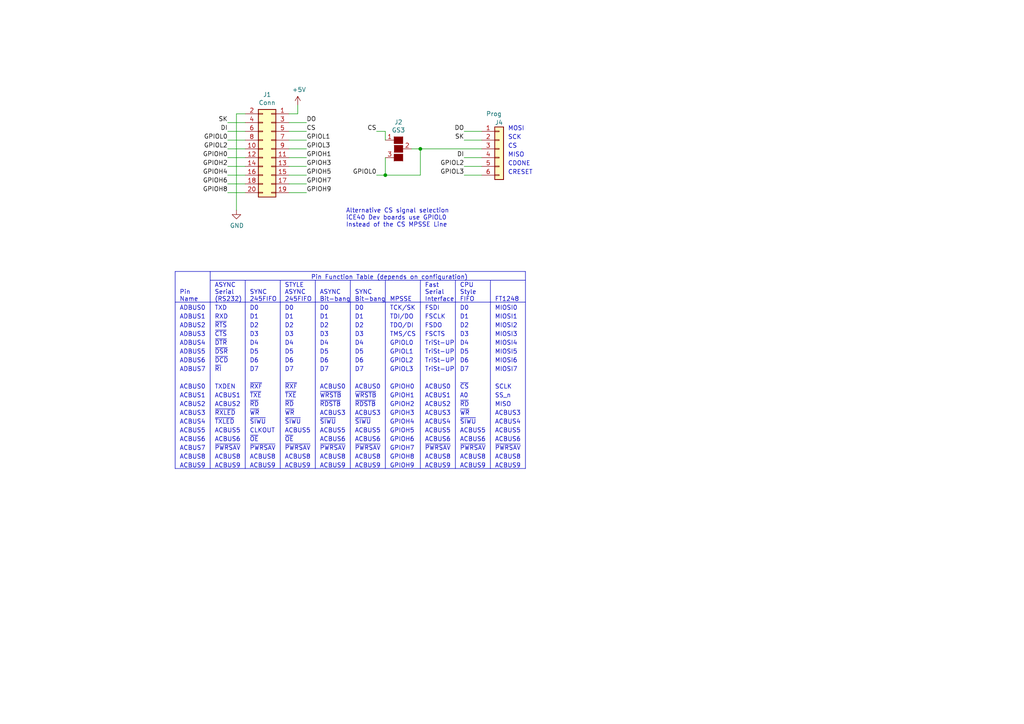
<source format=kicad_sch>
(kicad_sch (version 20230121) (generator eeschema)
  (paper "A4")
  (title_block (title "ftdi bitsy prog adapter") (rev "V1.0a") (company "1BitSquared") (comment 1 "2018 (C) 1BitSquared <info@1bitsquared.com>") (comment 2 "2018 (C) Piotr Esden-Tempski <piotr@esden.net>") (comment 3 "License: CC-BY-SA 4.0"))
  (lib_symbols
    (symbol "bfgAdapter-rescue:Conn_01x06-conn" (pin_names (offset 1.016) hide)
      (property "Reference" "J" (at 0 7.62 0))
      (property "Value" "conn_Conn_01x06" (at 0 -10.16 0))
      (symbol "Conn_01x06-conn_1_1"
        (rectangle (start -1.27 -7.493) (end 0 -7.747) (stroke (width 0.1524)))
        (rectangle (start -1.27 -4.953) (end 0 -5.207) (stroke (width 0.1524)))
        (rectangle (start -1.27 -2.413) (end 0 -2.667) (stroke (width 0.1524)))
        (rectangle (start -1.27 0.127) (end 0 -0.127) (stroke (width 0.1524)))
        (rectangle (start -1.27 2.667) (end 0 2.413) (stroke (width 0.1524)))
        (rectangle (start -1.27 5.207) (end 0 4.953) (stroke (width 0.1524)))
        (rectangle (start -1.27 6.35) (end 1.27 -8.89) (stroke (width 0.254)) (fill (type background)))
        (pin passive line (at -5.08 5.08 0) (length 3.81) (name "Pin_1") (number "1"))
        (pin passive line (at -5.08 2.54 0) (length 3.81) (name "Pin_2") (number "2"))
        (pin passive line (at -5.08 0 0) (length 3.81) (name "Pin_3") (number "3"))
        (pin passive line (at -5.08 -2.54 0) (length 3.81) (name "Pin_4") (number "4"))
        (pin passive line (at -5.08 -5.08 0) (length 3.81) (name "Pin_5") (number "5"))
        (pin passive line (at -5.08 -7.62 0) (length 3.81) (name "Pin_6") (number "6"))
      )
    )
    (symbol "bfgAdapter-rescue:Conn_02x10_Odd_Even-conn" (pin_names (offset 1.016) hide)
      (property "Reference" "J" (at 1.27 12.7 0))
      (property "Value" "conn_Conn_02x10_Odd_Even" (at 1.27 -15.24 0))
      (symbol "Conn_02x10_Odd_Even-conn_1_1"
        (rectangle (start -1.27 -12.573) (end 0 -12.827) (stroke (width 0.1524)))
        (rectangle (start -1.27 -10.033) (end 0 -10.287) (stroke (width 0.1524)))
        (rectangle (start -1.27 -7.493) (end 0 -7.747) (stroke (width 0.1524)))
        (rectangle (start -1.27 -4.953) (end 0 -5.207) (stroke (width 0.1524)))
        (rectangle (start -1.27 -2.413) (end 0 -2.667) (stroke (width 0.1524)))
        (rectangle (start -1.27 0.127) (end 0 -0.127) (stroke (width 0.1524)))
        (rectangle (start -1.27 2.667) (end 0 2.413) (stroke (width 0.1524)))
        (rectangle (start -1.27 5.207) (end 0 4.953) (stroke (width 0.1524)))
        (rectangle (start -1.27 7.747) (end 0 7.493) (stroke (width 0.1524)))
        (rectangle (start -1.27 10.287) (end 0 10.033) (stroke (width 0.1524)))
        (rectangle (start -1.27 11.43) (end 3.81 -13.97) (stroke (width 0.254)) (fill (type background)))
        (rectangle (start 3.81 -12.573) (end 2.54 -12.827) (stroke (width 0.1524)))
        (rectangle (start 3.81 -10.033) (end 2.54 -10.287) (stroke (width 0.1524)))
        (rectangle (start 3.81 -7.493) (end 2.54 -7.747) (stroke (width 0.1524)))
        (rectangle (start 3.81 -4.953) (end 2.54 -5.207) (stroke (width 0.1524)))
        (rectangle (start 3.81 -2.413) (end 2.54 -2.667) (stroke (width 0.1524)))
        (rectangle (start 3.81 0.127) (end 2.54 -0.127) (stroke (width 0.1524)))
        (rectangle (start 3.81 2.667) (end 2.54 2.413) (stroke (width 0.1524)))
        (rectangle (start 3.81 5.207) (end 2.54 4.953) (stroke (width 0.1524)))
        (rectangle (start 3.81 7.747) (end 2.54 7.493) (stroke (width 0.1524)))
        (rectangle (start 3.81 10.287) (end 2.54 10.033) (stroke (width 0.1524)))
        (pin passive line (at -5.08 10.16 0) (length 3.81) (name "Pin_1") (number "1"))
        (pin passive line (at 7.62 0 180) (length 3.81) (name "Pin_10") (number "10"))
        (pin passive line (at -5.08 -2.54 0) (length 3.81) (name "Pin_11") (number "11"))
        (pin passive line (at 7.62 -2.54 180) (length 3.81) (name "Pin_12") (number "12"))
        (pin passive line (at -5.08 -5.08 0) (length 3.81) (name "Pin_13") (number "13"))
        (pin passive line (at 7.62 -5.08 180) (length 3.81) (name "Pin_14") (number "14"))
        (pin passive line (at -5.08 -7.62 0) (length 3.81) (name "Pin_15") (number "15"))
        (pin passive line (at 7.62 -7.62 180) (length 3.81) (name "Pin_16") (number "16"))
        (pin passive line (at -5.08 -10.16 0) (length 3.81) (name "Pin_17") (number "17"))
        (pin passive line (at 7.62 -10.16 180) (length 3.81) (name "Pin_18") (number "18"))
        (pin passive line (at -5.08 -12.7 0) (length 3.81) (name "Pin_19") (number "19"))
        (pin passive line (at 7.62 10.16 180) (length 3.81) (name "Pin_2") (number "2"))
        (pin passive line (at 7.62 -12.7 180) (length 3.81) (name "Pin_20") (number "20"))
        (pin passive line (at -5.08 7.62 0) (length 3.81) (name "Pin_3") (number "3"))
        (pin passive line (at 7.62 7.62 180) (length 3.81) (name "Pin_4") (number "4"))
        (pin passive line (at -5.08 5.08 0) (length 3.81) (name "Pin_5") (number "5"))
        (pin passive line (at 7.62 5.08 180) (length 3.81) (name "Pin_6") (number "6"))
        (pin passive line (at -5.08 2.54 0) (length 3.81) (name "Pin_7") (number "7"))
        (pin passive line (at 7.62 2.54 180) (length 3.81) (name "Pin_8") (number "8"))
        (pin passive line (at -5.08 0 0) (length 3.81) (name "Pin_9") (number "9"))
      )
    )
    (symbol "bfgAdapter-rescue:GS3-conn" (pin_names (offset 1.016) hide)
      (property "Reference" "J" (at 1.27 5.08 0))
      (property "Value" "conn_GS3" (at 1.27 -5.0546 0))
      (symbol "GS3-conn_0_1"
        (polyline (pts (xy -1.27 -3.556) (xy -1.27 -1.524) (xy 1.27 -1.524) (xy 1.27 -3.556)) (fill (type outline)))
        (polyline (pts (xy -1.27 1.016) (xy 1.27 1.016) (xy 1.27 -1.016) (xy -1.27 -1.016)) (fill (type outline)))
        (polyline (pts (xy -1.27 3.556) (xy -1.27 1.524) (xy 1.27 1.524) (xy 1.27 3.556)) (fill (type outline)))
      )
      (symbol "GS3-conn_1_1"
        (pin passive line (at -3.81 2.54 0) (length 2.54) (name "G1") (number "1"))
        (pin passive line (at 3.81 0 180) (length 2.54) (name "G2") (number "2"))
        (pin passive line (at -3.81 -2.54 0) (length 2.54) (name "G3") (number "3"))
      )
    )
    (symbol "power:+5V" (power) (pin_names (offset 0))
      (property "Value" "+5V" (at 0 3.556 0))
      (symbol "+5V_0_1"
        (polyline (pts (xy -0.762 1.27) (xy 0 2.54)))
        (polyline (pts (xy 0 0) (xy 0 2.54)))
        (polyline (pts (xy 0 2.54) (xy 0.762 1.27)))
      )
      (symbol "+5V_1_1"
        (pin power_in line (at 0 0 90) (length 0) hide (name "+5V") (number "1"))
      )
    )
    (symbol "power:GND" (power) (pin_names (offset 0))
      (property "Value" "GND" (at 0 -3.81 0))
      (symbol "GND_0_1"
        (polyline (pts (xy 0 0) (xy 0 -1.27) (xy 1.27 -1.27) (xy 0 -2.54) (xy -1.27 -1.27) (xy 0 -1.27)))
      )
      (symbol "GND_1_1"
        (pin power_in line (at 0 0 270) (length 0) hide (name "GND") (number "1"))
      )
    )
  )
  (junction (at 111.76 50.8))
  (junction (at 121.92 43.18))
  (wire (pts (xy 83.82 53.34) (xy 88.9 53.34)))
  (wire (pts (xy 86.36 33.02) (xy 83.82 33.02)))
  (polyline (pts (xy 121.92 135.89) (xy 121.92 81.28)))
  (wire (pts (xy 111.76 38.1) (xy 111.76 40.64)))
  (polyline (pts (xy 50.8 78.74) (xy 50.8 135.89)))
  (wire (pts (xy 111.76 45.72) (xy 111.76 50.8)))
  (polyline (pts (xy 142.24 135.89) (xy 142.24 81.28)))
  (wire (pts (xy 83.82 48.26) (xy 88.9 48.26)))
  (wire (pts (xy 139.7 40.64) (xy 134.62 40.64)))
  (wire (pts (xy 83.82 38.1) (xy 88.9 38.1)))
  (wire (pts (xy 134.62 50.8) (xy 139.7 50.8)))
  (polyline (pts (xy 60.96 78.74) (xy 60.96 135.89)))
  (polyline (pts (xy 111.76 135.89) (xy 111.76 81.28)))
  (wire (pts (xy 111.76 50.8) (xy 109.22 50.8)))
  (wire (pts (xy 86.36 33.02) (xy 86.36 30.48)))
  (polyline (pts (xy 91.44 135.89) (xy 91.44 81.28)))
  (polyline (pts (xy 101.6 135.89) (xy 101.6 81.28)))
  (wire (pts (xy 121.92 43.18) (xy 139.7 43.18)))
  (wire (pts (xy 83.82 45.72) (xy 88.9 45.72)))
  (polyline (pts (xy 60.96 81.28) (xy 152.4 81.28)))
  (wire (pts (xy 71.12 35.56) (xy 66.04 35.56)))
  (wire (pts (xy 71.12 48.26) (xy 66.04 48.26)))
  (polyline (pts (xy 152.4 78.74) (xy 152.4 135.89)))
  (wire (pts (xy 68.58 33.02) (xy 71.12 33.02)))
  (wire (pts (xy 83.82 55.88) (xy 88.9 55.88)))
  (wire (pts (xy 71.12 55.88) (xy 66.04 55.88)))
  (wire (pts (xy 139.7 45.72) (xy 134.62 45.72)))
  (wire (pts (xy 121.92 43.18) (xy 119.38 43.18)))
  (wire (pts (xy 111.76 50.8) (xy 121.92 50.8)))
  (wire (pts (xy 109.22 38.1) (xy 111.76 38.1)))
  (wire (pts (xy 71.12 50.8) (xy 66.04 50.8)))
  (wire (pts (xy 121.92 50.8) (xy 121.92 43.18)))
  (wire (pts (xy 68.58 33.02) (xy 68.58 60.96)))
  (polyline (pts (xy 152.4 135.89) (xy 50.8 135.89)))
  (polyline (pts (xy 81.28 135.89) (xy 81.28 81.28)))
  (polyline (pts (xy 50.8 87.63) (xy 152.4 87.63)))
  (wire (pts (xy 71.12 38.1) (xy 66.04 38.1)))
  (wire (pts (xy 83.82 40.64) (xy 88.9 40.64)))
  (wire (pts (xy 83.82 43.18) (xy 88.9 43.18)))
  (wire (pts (xy 83.82 35.56) (xy 88.9 35.56)))
  (polyline (pts (xy 50.8 78.74) (xy 152.4 78.74)))
  (wire (pts (xy 71.12 53.34) (xy 66.04 53.34)))
  (wire (pts (xy 83.82 50.8) (xy 88.9 50.8)))
  (wire (pts (xy 71.12 45.72) (xy 66.04 45.72)))
  (polyline (pts (xy 132.08 135.89) (xy 132.08 81.28)))
  (wire (pts (xy 71.12 43.18) (xy 66.04 43.18)))
  (wire (pts (xy 139.7 48.26) (xy 134.62 48.26)))
  (wire (pts (xy 139.7 38.1) (xy 134.62 38.1)))
  (polyline (pts (xy 71.12 135.89) (xy 71.12 81.28)))
  (wire (pts (xy 71.12 40.64) (xy 66.04 40.64)))
  (text "D5" (at 133.35 102.87 0) (effects (font (size 1.27 1.27)) (justify left bottom)))
  (text "~{PWRSAV}" (at 133.35 130.81 0) (effects (font (size 1.27 1.27)) (justify left bottom)))
  (text "ASYNC\nSerial\n(RS232)" (at 62.23 87.63 0) (effects (font (size 1.27 1.27)) (justify left bottom)))
  (text "ACBUS1" (at 123.19 115.57 0) (effects (font (size 1.27 1.27)) (justify left bottom)))
  (text "D2" (at 133.35 95.25 0) (effects (font (size 1.27 1.27)) (justify left bottom)))
  (text "SCK" (at 147.32 40.64 0) (effects (font (size 1.27 1.27)) (justify left bottom)))
  (text "D7" (at 92.71 107.95 0) (effects (font (size 1.27 1.27)) (justify left bottom)))
  (text "ACBUS1" (at 52.07 115.57 0) (effects (font (size 1.27 1.27)) (justify left bottom)))
  (text "~{DTR}" (at 62.23 100.33 0) (effects (font (size 1.27 1.27)) (justify left bottom)))
  (text "ASYNC\nBit-bang" (at 92.71 87.63 0) (effects (font (size 1.27 1.27)) (justify left bottom)))
  (text "D0" (at 102.87 90.17 0) (effects (font (size 1.27 1.27)) (justify left bottom)))
  (text "SS_n" (at 143.51 115.57 0) (effects (font (size 1.27 1.27)) (justify left bottom)))
  (text "ACBUS5" (at 102.87 125.73 0) (effects (font (size 1.27 1.27)) (justify left bottom)))
  (text "ACBUS3" (at 143.51 120.65 0) (effects (font (size 1.27 1.27)) (justify left bottom)))
  (text "~{PWRSAV}" (at 82.55 130.81 0) (effects (font (size 1.27 1.27)) (justify left bottom)))
  (text "D7" (at 133.35 107.95 0) (effects (font (size 1.27 1.27)) (justify left bottom)))
  (text "SYNC\n245FIFO" (at 72.39 87.63 0) (effects (font (size 1.27 1.27)) (justify left bottom)))
  (text "ACBUS9" (at 72.39 135.89 0) (effects (font (size 1.27 1.27)) (justify left bottom)))
  (text "D3" (at 72.39 97.79 0) (effects (font (size 1.27 1.27)) (justify left bottom)))
  (text "~{PWRSAV}" (at 102.87 130.81 0) (effects (font (size 1.27 1.27)) (justify left bottom)))
  (text "ACBUS9" (at 92.71 135.89 0) (effects (font (size 1.27 1.27)) (justify left bottom)))
  (text "GPIOL1" (at 113.03 102.87 0) (effects (font (size 1.27 1.27)) (justify left bottom)))
  (text "ACBUS4" (at 123.19 123.19 0) (effects (font (size 1.27 1.27)) (justify left bottom)))
  (text "GPIOH7" (at 113.03 130.81 0) (effects (font (size 1.27 1.27)) (justify left bottom)))
  (text "GPIOH9" (at 113.03 135.89 0) (effects (font (size 1.27 1.27)) (justify left bottom)))
  (text "ADBUS2" (at 52.07 95.25 0) (effects (font (size 1.27 1.27)) (justify left bottom)))
  (text "ACBUS9" (at 143.51 135.89 0) (effects (font (size 1.27 1.27)) (justify left bottom)))
  (text "CS" (at 147.32 43.18 0) (effects (font (size 1.27 1.27)) (justify left bottom)))
  (text "ACBUS8" (at 133.35 133.35 0) (effects (font (size 1.27 1.27)) (justify left bottom)))
  (text "ACBUS8" (at 123.19 133.35 0) (effects (font (size 1.27 1.27)) (justify left bottom)))
  (text "MOSI\n" (at 147.32 38.1 0) (effects (font (size 1.27 1.27)) (justify left bottom)))
  (text "~{RDSTB}" (at 92.71 118.11 0) (effects (font (size 1.27 1.27)) (justify left bottom)))
  (text "D7" (at 72.39 107.95 0) (effects (font (size 1.27 1.27)) (justify left bottom)))
  (text "~{DSR}" (at 62.23 102.87 0) (effects (font (size 1.27 1.27)) (justify left bottom)))
  (text "~{PWRSAV}" (at 72.39 130.81 0) (effects (font (size 1.27 1.27)) (justify left bottom)))
  (text "Alternative CS signal selection\niCE40 Dev boards use GPIOL0\nInstead of the CS MPSSE Line" (at 100.33 66.04 0) (effects (font (size 1.27 1.27)) (justify left bottom)))
  (text "RXD" (at 62.23 92.71 0) (effects (font (size 1.27 1.27)) (justify left bottom)))
  (text "ADBUS4" (at 52.07 100.33 0) (effects (font (size 1.27 1.27)) (justify left bottom)))
  (text "ACBUS8" (at 82.55 133.35 0) (effects (font (size 1.27 1.27)) (justify left bottom)))
  (text "TDO/DI" (at 113.03 95.25 0) (effects (font (size 1.27 1.27)) (justify left bottom)))
  (text "~{SIWU}" (at 72.39 123.19 0) (effects (font (size 1.27 1.27)) (justify left bottom)))
  (text "ACBUS8" (at 143.51 133.35 0) (effects (font (size 1.27 1.27)) (justify left bottom)))
  (text "ACBUS8" (at 62.23 133.35 0) (effects (font (size 1.27 1.27)) (justify left bottom)))
  (text "MIOSI3" (at 143.51 97.79 0) (effects (font (size 1.27 1.27)) (justify left bottom)))
  (text "Pin\nName" (at 52.07 87.63 0) (effects (font (size 1.27 1.27)) (justify left bottom)))
  (text "GPIOL2" (at 113.03 105.41 0) (effects (font (size 1.27 1.27)) (justify left bottom)))
  (text "SYNC\nBit-bang" (at 102.87 87.63 0) (effects (font (size 1.27 1.27)) (justify left bottom)))
  (text "D7" (at 102.87 107.95 0) (effects (font (size 1.27 1.27)) (justify left bottom)))
  (text "ACBUS5" (at 133.35 125.73 0) (effects (font (size 1.27 1.27)) (justify left bottom)))
  (text "~{WR}" (at 133.35 120.65 0) (effects (font (size 1.27 1.27)) (justify left bottom)))
  (text "D6" (at 133.35 105.41 0) (effects (font (size 1.27 1.27)) (justify left bottom)))
  (text "D6" (at 72.39 105.41 0) (effects (font (size 1.27 1.27)) (justify left bottom)))
  (text "~{RI}" (at 62.23 107.95 0) (effects (font (size 1.27 1.27)) (justify left bottom)))
  (text "ACBUS5" (at 52.07 125.73 0) (effects (font (size 1.27 1.27)) (justify left bottom)))
  (text "D6" (at 92.71 105.41 0) (effects (font (size 1.27 1.27)) (justify left bottom)))
  (text "~{TXE}" (at 72.39 115.57 0) (effects (font (size 1.27 1.27)) (justify left bottom)))
  (text "MPSSE" (at 113.03 87.63 0) (effects (font (size 1.27 1.27)) (justify left bottom)))
  (text "ACBUS6" (at 92.71 128.27 0) (effects (font (size 1.27 1.27)) (justify left bottom)))
  (text "FT1248" (at 143.51 87.63 0) (effects (font (size 1.27 1.27)) (justify left bottom)))
  (text "ADBUS7" (at 52.07 107.95 0) (effects (font (size 1.27 1.27)) (justify left bottom)))
  (text "ACBUS6" (at 52.07 128.27 0) (effects (font (size 1.27 1.27)) (justify left bottom)))
  (text "ACBUS7" (at 52.07 130.81 0) (effects (font (size 1.27 1.27)) (justify left bottom)))
  (text "GPIOH0" (at 113.03 113.03 0) (effects (font (size 1.27 1.27)) (justify left bottom)))
  (text "~{PWRSAV}" (at 62.23 130.81 0) (effects (font (size 1.27 1.27)) (justify left bottom)))
  (text "~{RTS}" (at 62.23 95.25 0) (effects (font (size 1.27 1.27)) (justify left bottom)))
  (text "~{RDSTB}" (at 102.87 118.11 0) (effects (font (size 1.27 1.27)) (justify left bottom)))
  (text "D7" (at 82.55 107.95 0) (effects (font (size 1.27 1.27)) (justify left bottom)))
  (text "D1" (at 133.35 92.71 0) (effects (font (size 1.27 1.27)) (justify left bottom)))
  (text "~{WRSTB}" (at 92.71 115.57 0) (effects (font (size 1.27 1.27)) (justify left bottom)))
  (text "ACBUS8" (at 102.87 133.35 0) (effects (font (size 1.27 1.27)) (justify left bottom)))
  (text "ACBUS2" (at 52.07 118.11 0) (effects (font (size 1.27 1.27)) (justify left bottom)))
  (text "~{OE}" (at 72.39 128.27 0) (effects (font (size 1.27 1.27)) (justify left bottom)))
  (text "ACBUS9" (at 62.23 135.89 0) (effects (font (size 1.27 1.27)) (justify left bottom)))
  (text "~{PWRSAV}" (at 92.71 130.81 0) (effects (font (size 1.27 1.27)) (justify left bottom)))
  (text "MIOSI2" (at 143.51 95.25 0) (effects (font (size 1.27 1.27)) (justify left bottom)))
  (text "CRESET" (at 147.32 50.8 0) (effects (font (size 1.27 1.27)) (justify left bottom)))
  (text "TriSt-UP" (at 123.19 107.95 0) (effects (font (size 1.27 1.27)) (justify left bottom)))
  (text "ADBUS5" (at 52.07 102.87 0) (effects (font (size 1.27 1.27)) (justify left bottom)))
  (text "CLKOUT" (at 72.39 125.73 0) (effects (font (size 1.27 1.27)) (justify left bottom)))
  (text "D2" (at 92.71 95.25 0) (effects (font (size 1.27 1.27)) (justify left bottom)))
  (text "ACBUS8" (at 52.07 133.35 0) (effects (font (size 1.27 1.27)) (justify left bottom)))
  (text "~{PWRSAV}" (at 143.51 130.81 0) (effects (font (size 1.27 1.27)) (justify left bottom)))
  (text "MIOSI7" (at 143.51 107.95 0) (effects (font (size 1.27 1.27)) (justify left bottom)))
  (text "D2" (at 102.87 95.25 0) (effects (font (size 1.27 1.27)) (justify left bottom)))
  (text "ACBUS0" (at 92.71 113.03 0) (effects (font (size 1.27 1.27)) (justify left bottom)))
  (text "~{RXF}" (at 82.55 113.03 0) (effects (font (size 1.27 1.27)) (justify left bottom)))
  (text "D5" (at 72.39 102.87 0) (effects (font (size 1.27 1.27)) (justify left bottom)))
  (text "D4" (at 102.87 100.33 0) (effects (font (size 1.27 1.27)) (justify left bottom)))
  (text "GPIOH6" (at 113.03 128.27 0) (effects (font (size 1.27 1.27)) (justify left bottom)))
  (text "D2" (at 82.55 95.25 0) (effects (font (size 1.27 1.27)) (justify left bottom)))
  (text "D3" (at 92.71 97.79 0) (effects (font (size 1.27 1.27)) (justify left bottom)))
  (text "ACBUS9" (at 133.35 135.89 0) (effects (font (size 1.27 1.27)) (justify left bottom)))
  (text "ACBUS0" (at 52.07 113.03 0) (effects (font (size 1.27 1.27)) (justify left bottom)))
  (text "Pin Function Table (depends on configuration)" (at 90.17 81.28 0) (effects (font (size 1.27 1.27)) (justify left bottom)))
  (text "ACBUS5" (at 92.71 125.73 0) (effects (font (size 1.27 1.27)) (justify left bottom)))
  (text "ACBUS8" (at 92.71 133.35 0) (effects (font (size 1.27 1.27)) (justify left bottom)))
  (text "FSCTS" (at 123.19 97.79 0) (effects (font (size 1.27 1.27)) (justify left bottom)))
  (text "ACBUS9" (at 102.87 135.89 0) (effects (font (size 1.27 1.27)) (justify left bottom)))
  (text "~{RXF}" (at 72.39 113.03 0) (effects (font (size 1.27 1.27)) (justify left bottom)))
  (text "ACBUS8" (at 72.39 133.35 0) (effects (font (size 1.27 1.27)) (justify left bottom)))
  (text "ACBUS9" (at 123.19 135.89 0) (effects (font (size 1.27 1.27)) (justify left bottom)))
  (text "CPU\nStyle\nFIFO" (at 133.35 87.63 0) (effects (font (size 1.27 1.27)) (justify left bottom)))
  (text "ACBUS5" (at 123.19 125.73 0) (effects (font (size 1.27 1.27)) (justify left bottom)))
  (text "D2" (at 72.39 95.25 0) (effects (font (size 1.27 1.27)) (justify left bottom)))
  (text "TCK/SK" (at 113.03 90.17 0) (effects (font (size 1.27 1.27)) (justify left bottom)))
  (text "GPIOL0" (at 113.03 100.33 0) (effects (font (size 1.27 1.27)) (justify left bottom)))
  (text "D3" (at 82.55 97.79 0) (effects (font (size 1.27 1.27)) (justify left bottom)))
  (text "CDONE" (at 147.32 48.26 0) (effects (font (size 1.27 1.27)) (justify left bottom)))
  (text "D4" (at 72.39 100.33 0) (effects (font (size 1.27 1.27)) (justify left bottom)))
  (text "ACBUS9" (at 82.55 135.89 0) (effects (font (size 1.27 1.27)) (justify left bottom)))
  (text "D5" (at 102.87 102.87 0) (effects (font (size 1.27 1.27)) (justify left bottom)))
  (text "GPIOL3" (at 113.03 107.95 0) (effects (font (size 1.27 1.27)) (justify left bottom)))
  (text "D3" (at 102.87 97.79 0) (effects (font (size 1.27 1.27)) (justify left bottom)))
  (text "TXDEN" (at 62.23 113.03 0) (effects (font (size 1.27 1.27)) (justify left bottom)))
  (text "MIOSI0" (at 143.51 90.17 0) (effects (font (size 1.27 1.27)) (justify left bottom)))
  (text "~{CTS}" (at 62.23 97.79 0) (effects (font (size 1.27 1.27)) (justify left bottom)))
  (text "D4" (at 133.35 100.33 0) (effects (font (size 1.27 1.27)) (justify left bottom)))
  (text "TriSt-UP" (at 123.19 105.41 0) (effects (font (size 1.27 1.27)) (justify left bottom)))
  (text "ACBUS0" (at 123.19 113.03 0) (effects (font (size 1.27 1.27)) (justify left bottom)))
  (text "ACBUS3" (at 123.19 120.65 0) (effects (font (size 1.27 1.27)) (justify left bottom)))
  (text "~{SIWU}" (at 92.71 123.19 0) (effects (font (size 1.27 1.27)) (justify left bottom)))
  (text "TriSt-UP" (at 123.19 102.87 0) (effects (font (size 1.27 1.27)) (justify left bottom)))
  (text "~{RXLED}" (at 62.23 120.65 0) (effects (font (size 1.27 1.27)) (justify left bottom)))
  (text "ACBUS0" (at 102.87 113.03 0) (effects (font (size 1.27 1.27)) (justify left bottom)))
  (text "~{RD}" (at 72.39 118.11 0) (effects (font (size 1.27 1.27)) (justify left bottom)))
  (text "ADBUS3" (at 52.07 97.79 0) (effects (font (size 1.27 1.27)) (justify left bottom)))
  (text "TDI/DO" (at 113.03 92.71 0) (effects (font (size 1.27 1.27)) (justify left bottom)))
  (text "D0" (at 133.35 90.17 0) (effects (font (size 1.27 1.27)) (justify left bottom)))
  (text "D6" (at 82.55 105.41 0) (effects (font (size 1.27 1.27)) (justify left bottom)))
  (text "FSDI" (at 123.19 90.17 0) (effects (font (size 1.27 1.27)) (justify left bottom)))
  (text "TMS/CS" (at 113.03 97.79 0) (effects (font (size 1.27 1.27)) (justify left bottom)))
  (text "ACBUS5" (at 143.51 125.73 0) (effects (font (size 1.27 1.27)) (justify left bottom)))
  (text "ACBUS6" (at 123.19 128.27 0) (effects (font (size 1.27 1.27)) (justify left bottom)))
  (text "D0" (at 92.71 90.17 0) (effects (font (size 1.27 1.27)) (justify left bottom)))
  (text "MISO" (at 143.51 118.11 0) (effects (font (size 1.27 1.27)) (justify left bottom)))
  (text "ACBUS6" (at 62.23 128.27 0) (effects (font (size 1.27 1.27)) (justify left bottom)))
  (text "FSCLK" (at 123.19 92.71 0) (effects (font (size 1.27 1.27)) (justify left bottom)))
  (text "D1" (at 82.55 92.71 0) (effects (font (size 1.27 1.27)) (justify left bottom)))
  (text "~{RD}" (at 82.55 118.11 0) (effects (font (size 1.27 1.27)) (justify left bottom)))
  (text "~{CS}" (at 133.35 113.03 0) (effects (font (size 1.27 1.27)) (justify left bottom)))
  (text "D1" (at 102.87 92.71 0) (effects (font (size 1.27 1.27)) (justify left bottom)))
  (text "ADBUS1" (at 52.07 92.71 0) (effects (font (size 1.27 1.27)) (justify left bottom)))
  (text "GPIOH5" (at 113.03 125.73 0) (effects (font (size 1.27 1.27)) (justify left bottom)))
  (text "ACBUS4" (at 52.07 123.19 0) (effects (font (size 1.27 1.27)) (justify left bottom)))
  (text "MIOSI1" (at 143.51 92.71 0) (effects (font (size 1.27 1.27)) (justify left bottom)))
  (text "~{WR}" (at 82.55 120.65 0) (effects (font (size 1.27 1.27)) (justify left bottom)))
  (text "ACBUS1" (at 62.23 115.57 0) (effects (font (size 1.27 1.27)) (justify left bottom)))
  (text "ACBUS6" (at 133.35 128.27 0) (effects (font (size 1.27 1.27)) (justify left bottom)))
  (text "ACBUS9" (at 52.07 135.89 0) (effects (font (size 1.27 1.27)) (justify left bottom)))
  (text "A0" (at 133.35 115.57 0) (effects (font (size 1.27 1.27)) (justify left bottom)))
  (text "ACBUS3" (at 52.07 120.65 0) (effects (font (size 1.27 1.27)) (justify left bottom)))
  (text "ACBUS2" (at 62.23 118.11 0) (effects (font (size 1.27 1.27)) (justify left bottom)))
  (text "D0" (at 72.39 90.17 0) (effects (font (size 1.27 1.27)) (justify left bottom)))
  (text "ACBUS3" (at 102.87 120.65 0) (effects (font (size 1.27 1.27)) (justify left bottom)))
  (text "D1" (at 72.39 92.71 0) (effects (font (size 1.27 1.27)) (justify left bottom)))
  (text "Fast\nSerial\nInterface" (at 123.19 87.63 0) (effects (font (size 1.27 1.27)) (justify left bottom)))
  (text "GPIOH3" (at 113.03 120.65 0) (effects (font (size 1.27 1.27)) (justify left bottom)))
  (text "D4" (at 92.71 100.33 0) (effects (font (size 1.27 1.27)) (justify left bottom)))
  (text "D6" (at 102.87 105.41 0) (effects (font (size 1.27 1.27)) (justify left bottom)))
  (text "STYLE\nASYNC\n245FIFO" (at 82.55 87.63 0) (effects (font (size 1.27 1.27)) (justify left bottom)))
  (text "GPIOH4" (at 113.03 123.19 0) (effects (font (size 1.27 1.27)) (justify left bottom)))
  (text "~{WR}" (at 72.39 120.65 0) (effects (font (size 1.27 1.27)) (justify left bottom)))
  (text "~{TXE}" (at 82.55 115.57 0) (effects (font (size 1.27 1.27)) (justify left bottom)))
  (text "ACBUS6" (at 102.87 128.27 0) (effects (font (size 1.27 1.27)) (justify left bottom)))
  (text "MIOSI4" (at 143.51 100.33 0) (effects (font (size 1.27 1.27)) (justify left bottom)))
  (text "D5" (at 92.71 102.87 0) (effects (font (size 1.27 1.27)) (justify left bottom)))
  (text "GPIOH2" (at 113.03 118.11 0) (effects (font (size 1.27 1.27)) (justify left bottom)))
  (text "~{TXLED}" (at 62.23 123.19 0) (effects (font (size 1.27 1.27)) (justify left bottom)))
  (text "MIOSI6" (at 143.51 105.41 0) (effects (font (size 1.27 1.27)) (justify left bottom)))
  (text "D3" (at 133.35 97.79 0) (effects (font (size 1.27 1.27)) (justify left bottom)))
  (text "TXD" (at 62.23 90.17 0) (effects (font (size 1.27 1.27)) (justify left bottom)))
  (text "ACBUS5" (at 62.23 125.73 0) (effects (font (size 1.27 1.27)) (justify left bottom)))
  (text "ADBUS0" (at 52.07 90.17 0) (effects (font (size 1.27 1.27)) (justify left bottom)))
  (text "~{SIWU}" (at 133.35 123.19 0) (effects (font (size 1.27 1.27)) (justify left bottom)))
  (text "ACBUS2" (at 123.19 118.11 0) (effects (font (size 1.27 1.27)) (justify left bottom)))
  (text "FSDO" (at 123.19 95.25 0) (effects (font (size 1.27 1.27)) (justify left bottom)))
  (text "SCLK" (at 143.51 113.03 0) (effects (font (size 1.27 1.27)) (justify left bottom)))
  (text "ACBUS4" (at 143.51 123.19 0) (effects (font (size 1.27 1.27)) (justify left bottom)))
  (text "ACBUS6" (at 143.51 128.27 0) (effects (font (size 1.27 1.27)) (justify left bottom)))
  (text "ACBUS5" (at 82.55 125.73 0) (effects (font (size 1.27 1.27)) (justify left bottom)))
  (text "D5" (at 82.55 102.87 0) (effects (font (size 1.27 1.27)) (justify left bottom)))
  (text "D0" (at 82.55 90.17 0) (effects (font (size 1.27 1.27)) (justify left bottom)))
  (text "MIOSI5" (at 143.51 102.87 0) (effects (font (size 1.27 1.27)) (justify left bottom)))
  (text "~{SIWU}" (at 102.87 123.19 0) (effects (font (size 1.27 1.27)) (justify left bottom)))
  (text "TriSt-UP" (at 123.19 100.33 0) (effects (font (size 1.27 1.27)) (justify left bottom)))
  (text "ADBUS6" (at 52.07 105.41 0) (effects (font (size 1.27 1.27)) (justify left bottom)))
  (text "~{PWRSAV}" (at 123.19 130.81 0) (effects (font (size 1.27 1.27)) (justify left bottom)))
  (text "GPIOH8" (at 113.03 133.35 0) (effects (font (size 1.27 1.27)) (justify left bottom)))
  (text "D1" (at 92.71 92.71 0) (effects (font (size 1.27 1.27)) (justify left bottom)))
  (text "GPIOH1" (at 113.03 115.57 0) (effects (font (size 1.27 1.27)) (justify left bottom)))
  (text "~{SIWU}" (at 82.55 123.19 0) (effects (font (size 1.27 1.27)) (justify left bottom)))
  (text "~{OE}" (at 82.55 128.27 0) (effects (font (size 1.27 1.27)) (justify left bottom)))
  (text "~{RD}" (at 133.35 118.11 0) (effects (font (size 1.27 1.27)) (justify left bottom)))
  (text "~{WRSTB}" (at 102.87 115.57 0) (effects (font (size 1.27 1.27)) (justify left bottom)))
  (text "MISO" (at 147.32 45.72 0) (effects (font (size 1.27 1.27)) (justify left bottom)))
  (text "D4" (at 82.55 100.33 0) (effects (font (size 1.27 1.27)) (justify left bottom)))
  (text "ACBUS3" (at 92.71 120.65 0) (effects (font (size 1.27 1.27)) (justify left bottom)))
  (text "~{DCD}" (at 62.23 105.41 0) (effects (font (size 1.27 1.27)) (justify left bottom)))
  (label "CS" (at 88.9 38.1 0))
  (label "SK" (at 66.04 35.56 180))
  (label "GPIOH9" (at 88.9 55.88 0))
  (label "GPIOL1" (at 88.9 40.64 0))
  (label "GPIOL3" (at 88.9 43.18 0))
  (label "GPIOL2" (at 66.04 43.18 180))
  (label "GPIOH3" (at 88.9 48.26 0))
  (label "DO" (at 88.9 35.56 0))
  (label "GPIOH7" (at 88.9 53.34 0))
  (label "GPIOH0" (at 66.04 45.72 180))
  (label "CS" (at 109.22 38.1 180))
  (label "DO" (at 134.62 38.1 180))
  (label "GPIOH8" (at 66.04 55.88 180))
  (label "GPIOL3" (at 134.62 50.8 180))
  (label "GPIOL0" (at 109.22 50.8 180))
  (label "GPIOH2" (at 66.04 48.26 180))
  (label "DI" (at 66.04 38.1 180))
  (label "GPIOH5" (at 88.9 50.8 0))
  (label "DI" (at 134.62 45.72 180))
  (label "GPIOH6" (at 66.04 53.34 180))
  (label "GPIOL0" (at 66.04 40.64 180))
  (label "GPIOH4" (at 66.04 50.8 180))
  (label "GPIOH1" (at 88.9 45.72 0))
  (label "SK" (at 134.62 40.64 180))
  (label "GPIOL2" (at 134.62 48.26 180))
  (symbol (lib_id "bfgAdapter-rescue:Conn_01x06-conn") (at 144.78 43.18 0) (unit 1)
    (property "Reference" "J4" (at 143.51 35.56 0) (effects (justify left)))
    (property "Value" "Prog" (at 140.97 33.02 0) (effects (justify left)))
    (property "Footprint" "Connector_PinSocket_2.54mm:PinSocket_1x06_P2.54mm_Vertical" (effects hide))
    (property "Source" "ANY" (effects hide))
  )
  (symbol (lib_id "bfgAdapter-rescue:GS3-conn") (at 115.57 43.18 0) (unit 1)
    (property "Reference" "J2" (at 115.57 35.433 0))
    (property "Value" "GS3" (at 115.57 37.7444 0))
    (property "Footprint" "Connectors:GS3" (effects hide))
  )
  (symbol (lib_id "bfgAdapter-rescue:Conn_02x10_Odd_Even-conn") (at 78.74 43.18 0) (mirror y) (unit 1)
    (property "Reference" "J1" (at 77.47 27.432 0))
    (property "Value" "Conn" (at 77.47 29.7942 0))
    (property "Footprint" "pkl_samtec:FTSH-EDGE-20pin" (effects hide))
    (property "Key" "conn-th-005in-2-10-hdr-ra" (effects hide))
    (property "Source" "ANY" (effects hide))
  )
  (symbol (lib_id "power:+5V") (at 86.36 30.48 0) (unit 1)
    (property "Reference" "#PWR0101" (effects hide))
    (property "Value" "+5V" (at 86.741 26.0096 0))
  )
  (symbol (lib_id "power:GND") (at 68.58 60.96 0) (unit 1)
    (property "Reference" "#PWR0102" (effects hide))
    (property "Value" "GND" (at 68.707 65.4304 0))
  )
)
</source>
